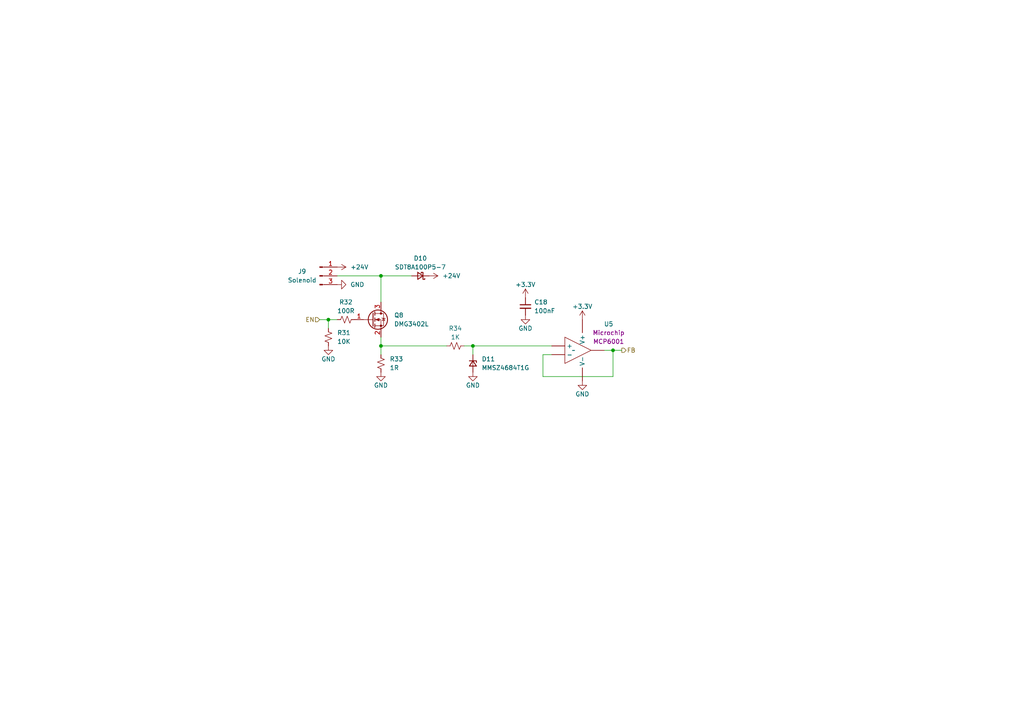
<source format=kicad_sch>
(kicad_sch (version 20250114) (generator "eeschema") (generator_version "9.0")
  (paper "A4")
  (lib_symbols
    (symbol "Connector:Conn_01x03_Pin" (pin_names (offset 1.016) (hide yes))
      (property "Reference" "J" (at 0 5.08 0))
      (property "Value" "Conn_01x03_Pin" (at 0 -5.08 0))
      (symbol "Conn_01x03_Pin_1_1"
        (rectangle (start 0.8636 2.667) (end 0 2.413) (stroke (width 0.1524)) (fill (type outline)))
        (rectangle (start 0.8636 0.127) (end 0 -0.127) (stroke (width 0.1524)) (fill (type outline)))
        (rectangle (start 0.8636 -2.413) (end 0 -2.667) (stroke (width 0.1524)) (fill (type outline)))
        (polyline (pts (xy 1.27 2.54) (xy 0.8636 2.54)) (stroke (width 0.1524)))
        (polyline (pts (xy 1.27 0) (xy 0.8636 0)) (stroke (width 0.1524)))
        (polyline (pts (xy 1.27 -2.54) (xy 0.8636 -2.54)) (stroke (width 0.1524)))
        (pin passive line (at 5.08 2.54 180) (length 3.81) (name "Pin_1") (number "1"))
        (pin passive line (at 5.08 0 180) (length 3.81) (name "Pin_2") (number "2"))
        (pin passive line (at 5.08 -2.54 180) (length 3.81) (name "Pin_3") (number "3"))
      )
    )
    (symbol "Device:C_Small" (pin_numbers (hide yes)) (pin_names (offset 0.254) (hide yes))
      (property "Reference" "C" (at 0.254 1.778 0))
      (property "Value" "C_Small" (at 0.254 -2.032 0))
      (symbol "C_Small_0_1"
        (polyline (pts (xy -1.524 0.508) (xy 1.524 0.508)) (stroke (width 0.3048)))
        (polyline (pts (xy -1.524 -0.508) (xy 1.524 -0.508)) (stroke (width 0.3302)))
      )
      (symbol "C_Small_1_1"
        (pin passive line (at 0 2.54 270) (length 2.032) (name "~") (number "1"))
        (pin passive line (at 0 -2.54 90) (length 2.032) (name "~") (number "2"))
      )
    )
    (symbol "Device:D_Schottky_Small" (pin_numbers (hide yes)) (pin_names (offset 0.254) (hide yes))
      (property "Reference" "D" (at -1.27 2.032 0))
      (property "Value" "D_Schottky_Small" (at -7.112 -2.032 0))
      (symbol "D_Schottky_Small_0_1"
        (polyline (pts (xy -1.27 0.762) (xy -1.27 1.016) (xy -0.762 1.016) (xy -0.762 -1.016) (xy -0.254 -1.016) (xy -0.254 -0.762)) (stroke (width 0.254)))
        (polyline (pts (xy -0.762 0) (xy 0.762 0)))
        (polyline (pts (xy 0.762 -1.016) (xy -0.762 0) (xy 0.762 1.016) (xy 0.762 -1.016)) (stroke (width 0.254)))
      )
      (symbol "D_Schottky_Small_1_1"
        (pin passive line (at -2.54 0 0) (length 1.778) (name "K") (number "1"))
        (pin passive line (at 2.54 0 180) (length 1.778) (name "A") (number "2"))
      )
    )
    (symbol "Device:D_Zener_Small" (pin_numbers (hide yes)) (pin_names (offset 0.254) (hide yes))
      (property "Reference" "D" (at 0 2.286 0))
      (property "Value" "D_Zener_Small" (at 0 -2.286 0))
      (symbol "D_Zener_Small_0_1"
        (polyline (pts (xy -0.254 1.016) (xy -0.762 1.016) (xy -0.762 -1.016)) (stroke (width 0.254)))
        (polyline (pts (xy 0.762 1.016) (xy -0.762 0) (xy 0.762 -1.016) (xy 0.762 1.016)) (stroke (width 0.254)))
        (polyline (pts (xy 0.762 0) (xy -0.762 0)))
      )
      (symbol "D_Zener_Small_1_1"
        (pin passive line (at -2.54 0 0) (length 1.778) (name "K") (number "1"))
        (pin passive line (at 2.54 0 180) (length 1.778) (name "A") (number "2"))
      )
    )
    (symbol "Device:Q_NMOS_GSD" (pin_names (offset 0) (hide yes))
      (property "Reference" "Q" (at 5.08 1.27 0))
      (property "Value" "Q_NMOS_GSD" (at 5.08 -1.27 0))
      (symbol "Q_NMOS_GSD_0_1"
        (polyline (pts (xy 0.254 1.905) (xy 0.254 -1.905)) (stroke (width 0.254)))
        (polyline (pts (xy 0.254 0) (xy -2.54 0)))
        (polyline (pts (xy 0.762 2.286) (xy 0.762 1.27)) (stroke (width 0.254)))
        (polyline (pts (xy 0.762 0.508) (xy 0.762 -0.508)) (stroke (width 0.254)))
        (polyline (pts (xy 0.762 -1.27) (xy 0.762 -2.286)) (stroke (width 0.254)))
        (polyline (pts (xy 0.762 -1.778) (xy 3.302 -1.778) (xy 3.302 1.778) (xy 0.762 1.778)))
        (polyline (pts (xy 1.016 0) (xy 2.032 0.381) (xy 2.032 -0.381) (xy 1.016 0)) (fill (type outline)))
        (circle (center 1.651 0) (radius 2.794) (stroke (width 0.254)))
        (polyline (pts (xy 2.54 2.54) (xy 2.54 1.778)))
        (circle (center 2.54 1.778) (radius 0.254) (fill (type outline)))
        (circle (center 2.54 -1.778) (radius 0.254) (fill (type outline)))
        (polyline (pts (xy 2.54 -2.54) (xy 2.54 0) (xy 0.762 0)))
        (polyline (pts (xy 2.794 0.508) (xy 2.921 0.381) (xy 3.683 0.381) (xy 3.81 0.254)))
        (polyline (pts (xy 3.302 0.381) (xy 2.921 -0.254) (xy 3.683 -0.254) (xy 3.302 0.381)))
      )
      (symbol "Q_NMOS_GSD_1_1"
        (pin input line (at -5.08 0 0) (length 2.54) (name "G") (number "1"))
        (pin passive line (at 2.54 5.08 270) (length 2.54) (name "D") (number "3"))
        (pin passive line (at 2.54 -5.08 90) (length 2.54) (name "S") (number "2"))
      )
    )
    (symbol "Device:R_Small_US" (pin_numbers (hide yes)) (pin_names (offset 0.254) (hide yes))
      (property "Reference" "R" (at 0.762 0.508 0))
      (property "Value" "R_Small_US" (at 0.762 -1.016 0))
      (symbol "R_Small_US_1_1"
        (polyline (pts (xy 0 1.524) (xy 1.016 1.143) (xy 0 0.762) (xy -1.016 0.381) (xy 0 0)))
        (polyline (pts (xy 0 0) (xy 1.016 -0.381) (xy 0 -0.762) (xy -1.016 -1.143) (xy 0 -1.524)))
        (pin passive line (at 0 2.54 270) (length 1.016) (name "~") (number "1"))
        (pin passive line (at 0 -2.54 90) (length 1.016) (name "~") (number "2"))
      )
    )
    (symbol "UCIRP-KiCAD-Lib:MCP6001" (pin_numbers (hide yes))
      (property "Reference" "U" (at 0 5.08 0))
      (property "Value" "~" (at 0 0 0))
      (property "Manufacturer" "Microchip" (at 0 0 0))
      (property "Part #" "MCP6001" (at 0 0 0))
      (symbol "MCP6001_0_1"
        (polyline (pts (xy -2.54 3.81) (xy -2.54 -3.81) (xy 5.08 0) (xy -2.54 3.81)) (stroke (width 0.1524)))
      )
      (symbol "MCP6001_1_1"
        (pin input line (at -6.35 1.27 0) (length 3.81) (name "+") (number "3"))
        (pin input line (at -6.35 -1.27 0) (length 3.81) (name "-") (number "4"))
        (pin power_in line (at 2.54 8.89 270) (length 3.81) (name "V+") (number "5"))
        (pin power_in line (at 2.54 -8.89 90) (length 3.81) (name "V-") (number "2"))
        (pin output line (at 8.89 0 180) (length 3.81) (name "") (number "1"))
      )
    )
    (symbol "power:+24V" (power) (pin_names (offset 0))
      (property "Value" "+24V" (at 0 3.556 0))
      (symbol "+24V_0_1"
        (polyline (pts (xy -0.762 1.27) (xy 0 2.54)))
        (polyline (pts (xy 0 2.54) (xy 0.762 1.27)))
        (polyline (pts (xy 0 0) (xy 0 2.54)))
      )
      (symbol "+24V_1_1"
        (pin power_in line (at 0 0 90) (length 0) (hide yes) (name "+24V") (number "1"))
      )
    )
    (symbol "power:+3.3V" (power) (pin_names (offset 0))
      (property "Value" "+3.3V" (at 0 3.556 0))
      (symbol "+3.3V_0_1"
        (polyline (pts (xy -0.762 1.27) (xy 0 2.54)))
        (polyline (pts (xy 0 2.54) (xy 0.762 1.27)))
        (polyline (pts (xy 0 0) (xy 0 2.54)))
      )
      (symbol "+3.3V_1_1"
        (pin power_in line (at 0 0 90) (length 0) (hide yes) (name "+3.3V") (number "1"))
      )
    )
    (symbol "power:GND" (power) (pin_names (offset 0))
      (property "Value" "GND" (at 0 -3.81 0))
      (symbol "GND_0_1"
        (polyline (pts (xy 0 0) (xy 0 -1.27) (xy 1.27 -1.27) (xy 0 -2.54) (xy -1.27 -1.27) (xy 0 -1.27)))
      )
      (symbol "GND_1_1"
        (pin power_in line (at 0 0 270) (length 0) (hide yes) (name "GND") (number "1"))
      )
    )
  )
  (junction (at 137.16 100.33))
  (junction (at 95.25 92.71))
  (junction (at 110.49 80.01))
  (junction (at 177.8 101.6))
  (junction (at 110.49 100.33))
  (wire (pts (xy 160.02 102.87) (xy 157.48 102.87)))
  (wire (pts (xy 134.62 100.33) (xy 137.16 100.33)))
  (wire (pts (xy 110.49 100.33) (xy 129.54 100.33)))
  (wire (pts (xy 177.8 101.6) (xy 175.26 101.6)))
  (wire (pts (xy 97.79 80.01) (xy 110.49 80.01)))
  (wire (pts (xy 157.48 102.87) (xy 157.48 109.22)))
  (wire (pts (xy 137.16 100.33) (xy 137.16 102.87)))
  (wire (pts (xy 92.71 92.71) (xy 95.25 92.71)))
  (wire (pts (xy 157.48 109.22) (xy 177.8 109.22)))
  (wire (pts (xy 110.49 80.01) (xy 110.49 87.63)))
  (wire (pts (xy 137.16 100.33) (xy 160.02 100.33)))
  (wire (pts (xy 177.8 101.6) (xy 180.34 101.6)))
  (wire (pts (xy 95.25 92.71) (xy 95.25 95.25)))
  (wire (pts (xy 110.49 80.01) (xy 119.38 80.01)))
  (wire (pts (xy 177.8 109.22) (xy 177.8 101.6)))
  (wire (pts (xy 97.79 92.71) (xy 95.25 92.71)))
  (wire (pts (xy 110.49 100.33) (xy 110.49 102.87)))
  (wire (pts (xy 110.49 97.79) (xy 110.49 100.33)))
  (hierarchical_label "FB" (shape output) (at 180.34 101.6 0))
  (hierarchical_label "EN" (shape input) (at 92.71 92.71 180))
  (symbol (lib_id "Device:R_Small_US") (at 110.49 105.41 180) (unit 1)
    (property "Reference" "R33" (at 113.03 104.14 0) (effects (justify right)))
    (property "Value" "1R" (at 113.03 106.68 0) (effects (justify right)))
    (property "Footprint" "Resistor_SMD:R_2512_6332Metric" (effects (hide yes)))
    (property "Manufacturer" "Generic" (effects (hide yes)))
    (property "Part #" "Generic 1R 2W 1% 2512 Resistor" (effects (hide yes)))
  )
  (symbol (lib_id "Device:Q_NMOS_GSD") (at 107.95 92.71 0) (unit 1)
    (property "Reference" "Q8" (at 114.3 91.44 0) (effects (justify left)))
    (property "Value" "DMG3402L" (at 114.3 93.98 0) (effects (justify left)))
    (property "Footprint" "Package_TO_SOT_SMD:SOT-23-3" (effects (hide yes)))
    (property "Datasheet" "https://www.diodes.com/assets/Datasheets/DMG3402L.pdf" (effects (hide yes)))
    (property "Manufacturer" "Diodes" (effects (hide yes)))
    (property "Part #" "DMG3402L" (effects (hide yes)))
  )
  (symbol (lib_id "power:GND") (at 95.25 100.33 0) (unit 1)
    (property "Reference" "#PWR077" (effects (hide yes)))
    (property "Value" "GND" (at 95.25 104.14 0))
  )
  (symbol (lib_id "power:+3.3V") (at 152.4 86.36 0) (unit 1)
    (property "Reference" "#PWR085" (effects (hide yes)))
    (property "Value" "+3.3V" (at 152.4 82.55 0))
  )
  (symbol (lib_id "power:GND") (at 137.16 107.95 0) (unit 1)
    (property "Reference" "#PWR082" (effects (hide yes)))
    (property "Value" "GND" (at 137.16 111.76 0))
  )
  (symbol (lib_id "power:GND") (at 168.91 110.49 0) (unit 1)
    (property "Reference" "#PWR084" (effects (hide yes)))
    (property "Value" "GND" (at 168.91 114.3 0))
  )
  (symbol (lib_id "Device:D_Zener_Small") (at 137.16 105.41 270) (unit 1)
    (property "Reference" "D11" (at 139.7 104.14 90) (effects (justify left)))
    (property "Value" "MMSZ4684T1G" (at 139.7 106.68 90) (effects (justify left)))
    (property "Footprint" "Diode_SMD:D_SOD-123" (effects (hide yes)))
    (property "Manufacturer" "Onsemi" (effects (hide yes)))
    (property "Part #" "MMSZ4684T1G" (effects (hide yes)))
  )
  (symbol (lib_id "power:GND") (at 97.79 82.55 90) (unit 1)
    (property "Reference" "#PWR079" (effects (hide yes)))
    (property "Value" "GND" (at 101.6 82.55 90) (effects (justify right)))
  )
  (symbol (lib_id "power:GND") (at 110.49 107.95 0) (unit 1)
    (property "Reference" "#PWR080" (effects (hide yes)))
    (property "Value" "GND" (at 110.49 111.76 0))
  )
  (symbol (lib_id "power:GND") (at 152.4 91.44 0) (unit 1)
    (property "Reference" "#PWR086" (effects (hide yes)))
    (property "Value" "GND" (at 152.4 95.25 0))
  )
  (symbol (lib_id "Device:C_Small") (at 152.4 88.9 0) (unit 1)
    (property "Reference" "C18" (at 154.94 87.63 0) (effects (justify left)))
    (property "Value" "100nF" (at 154.94 90.17 0) (effects (justify left)))
    (property "Footprint" "Capacitor_SMD:C_0402_1005Metric" (effects (hide yes)))
    (property "Manufacturer" "Generic" (effects (hide yes)))
    (property "Part #" "Generic 100nF 6.3V X7R 0402 MLCC" (effects (hide yes)))
  )
  (symbol (lib_id "power:+24V") (at 97.79 77.47 270) (unit 1)
    (property "Reference" "#PWR078" (effects (hide yes)))
    (property "Value" "+24V" (at 101.6 77.47 90) (effects (justify left)))
  )
  (symbol (lib_id "Connector:Conn_01x03_Pin") (at 92.71 80.01 0) (unit 1)
    (property "Reference" "J9" (at 87.63 78.74 0))
    (property "Value" "Solenoid" (at 87.63 81.28 0))
    (property "Footprint" "TerminalBlock:TerminalBlock_bornier-3_P5.08mm" (effects (hide yes)))
  )
  (symbol (lib_id "Device:R_Small_US") (at 95.25 97.79 180) (unit 1)
    (property "Reference" "R31" (at 97.79 96.52 0) (effects (justify right)))
    (property "Value" "10K" (at 97.79 99.06 0) (effects (justify right)))
    (property "Footprint" "Resistor_SMD:R_0402_1005Metric" (effects (hide yes)))
    (property "Manufacturer" "Generic" (effects (hide yes)))
    (property "Part #" "Generic 10K 1% 0402 Resistor" (effects (hide yes)))
  )
  (symbol (lib_id "power:+24V") (at 124.46 80.01 270) (unit 1)
    (property "Reference" "#PWR081" (effects (hide yes)))
    (property "Value" "+24V" (at 128.27 80.01 90) (effects (justify left)))
  )
  (symbol (lib_id "Device:D_Schottky_Small") (at 121.92 80.01 180) (unit 1)
    (property "Reference" "D10" (at 121.92 74.93 0))
    (property "Value" "SDT8A100P5-7" (at 121.92 77.47 0))
    (property "Footprint" "Diode_SMD:D_PowerDI-5" (effects (hide yes)))
    (property "Datasheet" "https://www.diodes.com/assets/Datasheets/SDT8A100P5.pdf" (effects (hide yes)))
    (property "Manufacturer" "Diodes" (effects (hide yes)))
    (property "Part #" "SDT8A100P5-7" (effects (hide yes)))
  )
  (symbol (lib_id "power:+3.3V") (at 168.91 92.71 0) (unit 1)
    (property "Reference" "#PWR083" (effects (hide yes)))
    (property "Value" "+3.3V" (at 168.91 88.9 0))
  )
  (symbol (lib_id "UCIRP-KiCAD-Lib:MCP6001") (at 166.37 101.6 0) (unit 1)
    (property "Reference" "U5" (at 176.53 93.98 0))
    (property "Value" "~" (at 166.37 101.6 0))
    (property "Footprint" "Package_TO_SOT_SMD:SOT-23-5" (effects (hide yes)))
    (property "Datasheet" "https://ww1.microchip.com/downloads/en/DeviceDoc/MCP6001-1R-1U-2-4-1-MHz-Low-Power-Op-Amp-DS20001733L.pdf" (effects (hide yes)))
    (property "Manufacturer" "Microchip" (at 176.53 96.52 0))
    (property "Part #" "MCP6001" (at 176.53 99.06 0))
  )
  (symbol (lib_id "Device:R_Small_US") (at 132.08 100.33 90) (unit 1)
    (property "Reference" "R34" (at 132.08 95.25 90))
    (property "Value" "1K" (at 132.08 97.79 90))
    (property "Footprint" "Resistor_SMD:R_0402_1005Metric" (effects (hide yes)))
    (property "Manufacturer" "Generic" (effects (hide yes)))
    (property "Part #" "Generic 1K 1% 0402 Resistor" (effects (hide yes)))
  )
  (symbol (lib_id "Device:R_Small_US") (at 100.33 92.71 90) (unit 1)
    (property "Reference" "R32" (at 100.33 87.63 90))
    (property "Value" "100R" (at 100.33 90.17 90))
    (property "Footprint" "Resistor_SMD:R_0402_1005Metric" (effects (hide yes)))
    (property "Manufacturer" "Generic" (effects (hide yes)))
    (property "Part #" "Generic 100R 1% 0402 Resistor" (effects (hide yes)))
  )
)
</source>
